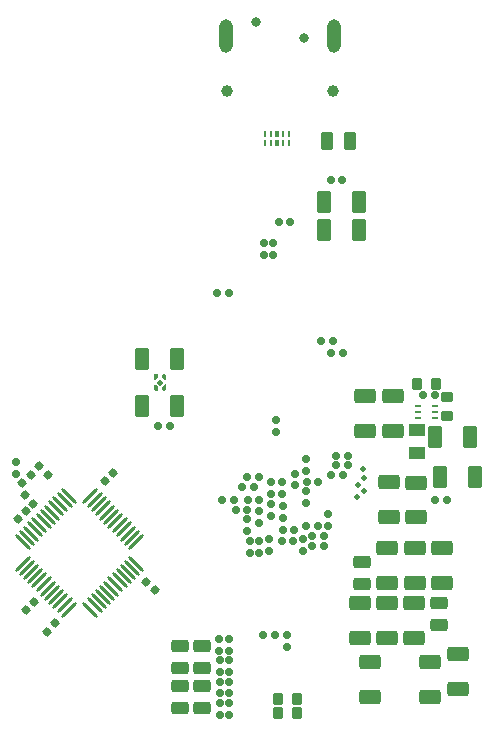
<source format=gbr>
%TF.GenerationSoftware,KiCad,Pcbnew,9.0.0*%
%TF.CreationDate,2025-03-19T22:59:48-05:00*%
%TF.ProjectId,opu_driver,6f70755f-6472-4697-9665-722e6b696361,rev?*%
%TF.SameCoordinates,Original*%
%TF.FileFunction,Soldermask,Bot*%
%TF.FilePolarity,Negative*%
%FSLAX46Y46*%
G04 Gerber Fmt 4.6, Leading zero omitted, Abs format (unit mm)*
G04 Created by KiCad (PCBNEW 9.0.0) date 2025-03-19 22:59:48*
%MOMM*%
%LPD*%
G01*
G04 APERTURE LIST*
G04 Aperture macros list*
%AMRoundRect*
0 Rectangle with rounded corners*
0 $1 Rounding radius*
0 $2 $3 $4 $5 $6 $7 $8 $9 X,Y pos of 4 corners*
0 Add a 4 corners polygon primitive as box body*
4,1,4,$2,$3,$4,$5,$6,$7,$8,$9,$2,$3,0*
0 Add four circle primitives for the rounded corners*
1,1,$1+$1,$2,$3*
1,1,$1+$1,$4,$5*
1,1,$1+$1,$6,$7*
1,1,$1+$1,$8,$9*
0 Add four rect primitives between the rounded corners*
20,1,$1+$1,$2,$3,$4,$5,0*
20,1,$1+$1,$4,$5,$6,$7,0*
20,1,$1+$1,$6,$7,$8,$9,0*
20,1,$1+$1,$8,$9,$2,$3,0*%
%AMHorizOval*
0 Thick line with rounded ends*
0 $1 width*
0 $2 $3 position (X,Y) of the first rounded end (center of the circle)*
0 $4 $5 position (X,Y) of the second rounded end (center of the circle)*
0 Add line between two ends*
20,1,$1,$2,$3,$4,$5,0*
0 Add two circle primitives to create the rounded ends*
1,1,$1,$2,$3*
1,1,$1,$4,$5*%
%AMRotRect*
0 Rectangle, with rotation*
0 The origin of the aperture is its center*
0 $1 length*
0 $2 width*
0 $3 Rotation angle, in degrees counterclockwise*
0 Add horizontal line*
21,1,$1,$2,0,0,$3*%
%AMFreePoly0*
4,1,13,0.135355,0.205355,0.150000,0.170000,0.150000,-0.080000,0.135355,-0.115355,-0.064645,-0.315355,-0.100000,-0.330000,-0.135355,-0.315355,-0.150000,-0.280000,-0.150000,0.170000,-0.135355,0.205355,-0.100000,0.220000,0.100000,0.220000,0.135355,0.205355,0.135355,0.205355,$1*%
%AMFreePoly1*
4,1,14,0.125355,0.205355,0.140000,0.170000,0.140000,-0.230000,0.125355,-0.265355,0.090000,-0.280000,0.040000,-0.280000,0.004645,-0.265355,-0.145355,-0.115355,-0.160000,-0.080000,-0.160000,0.170000,-0.145355,0.205355,-0.110000,0.220000,0.090000,0.220000,0.125355,0.205355,0.125355,0.205355,$1*%
%AMFreePoly2*
4,1,14,0.125355,0.255355,0.140000,0.220000,0.140000,-0.180000,0.125355,-0.215355,0.090000,-0.230000,-0.110000,-0.230000,-0.145355,-0.215355,-0.160000,-0.180000,-0.160000,0.070000,-0.145355,0.105355,0.004645,0.255355,0.040000,0.270000,0.090000,0.270000,0.125355,0.255355,0.125355,0.255355,$1*%
%AMFreePoly3*
4,1,14,-0.014645,0.265355,0.135355,0.115355,0.150000,0.080000,0.150000,-0.170000,0.135355,-0.205355,0.100000,-0.220000,-0.100000,-0.220000,-0.135355,-0.205355,-0.150000,-0.170000,-0.150000,0.230000,-0.135355,0.265355,-0.100000,0.280000,-0.050000,0.280000,-0.014645,0.265355,-0.014645,0.265355,$1*%
G04 Aperture macros list end*
%ADD10C,0.800000*%
%ADD11O,1.190000X2.840000*%
%ADD12C,1.000000*%
%ADD13RoundRect,0.159000X0.189000X-0.159000X0.189000X0.159000X-0.189000X0.159000X-0.189000X-0.159000X0*%
%ADD14RoundRect,0.159000X-0.159000X-0.189000X0.159000X-0.189000X0.159000X0.189000X-0.159000X0.189000X0*%
%ADD15C,0.508000*%
%ADD16RoundRect,0.267317X-0.470683X0.280683X-0.470683X-0.280683X0.470683X-0.280683X0.470683X0.280683X0*%
%ADD17RoundRect,0.159000X0.159000X0.189000X-0.159000X0.189000X-0.159000X-0.189000X0.159000X-0.189000X0*%
%ADD18RoundRect,0.266521X-0.671479X0.346479X-0.671479X-0.346479X0.671479X-0.346479X0.671479X0.346479X0*%
%ADD19FreePoly0,180.000000*%
%ADD20FreePoly1,180.000000*%
%ADD21FreePoly2,180.000000*%
%ADD22FreePoly3,180.000000*%
%ADD23RotRect,0.450000X0.450000X135.000000*%
%ADD24RoundRect,0.159000X-0.189000X0.159000X-0.189000X-0.159000X0.189000X-0.159000X0.189000X0.159000X0*%
%ADD25RoundRect,0.266521X-0.346479X-0.671479X0.346479X-0.671479X0.346479X0.671479X-0.346479X0.671479X0*%
%ADD26RoundRect,0.159000X-0.021213X0.246073X-0.246073X0.021213X0.021213X-0.246073X0.246073X-0.021213X0*%
%ADD27R,0.550000X0.280000*%
%ADD28RoundRect,0.266521X0.671479X-0.346479X0.671479X0.346479X-0.671479X0.346479X-0.671479X-0.346479X0*%
%ADD29RoundRect,0.269000X-0.494000X0.269000X-0.494000X-0.269000X0.494000X-0.269000X0.494000X0.269000X0*%
%ADD30RoundRect,0.267317X0.470683X-0.280683X0.470683X0.280683X-0.470683X0.280683X-0.470683X-0.280683X0*%
%ADD31RoundRect,0.266521X0.346479X0.671479X-0.346479X0.671479X-0.346479X-0.671479X0.346479X-0.671479X0*%
%ADD32RoundRect,0.269000X0.494000X-0.269000X0.494000X0.269000X-0.494000X0.269000X-0.494000X-0.269000X0*%
%ADD33RoundRect,0.159000X0.246073X0.021213X0.021213X0.246073X-0.246073X-0.021213X-0.021213X-0.246073X0*%
%ADD34HorizOval,0.280000X0.537401X0.537401X-0.537401X-0.537401X0*%
%ADD35HorizOval,0.280000X-0.537401X0.537401X0.537401X-0.537401X0*%
%ADD36RoundRect,0.159000X-0.246073X-0.021213X-0.021213X-0.246073X0.246073X0.021213X0.021213X0.246073X0*%
%ADD37RoundRect,0.269000X0.269000X0.494000X-0.269000X0.494000X-0.269000X-0.494000X0.269000X-0.494000X0*%
%ADD38R,0.220000X0.610000*%
%ADD39R,0.410000X0.610000*%
%ADD40R,1.380000X1.130000*%
%ADD41RoundRect,0.159000X0.021213X-0.246073X0.246073X-0.021213X-0.021213X0.246073X-0.246073X0.021213X0*%
%ADD42RoundRect,0.219000X0.219000X0.294000X-0.219000X0.294000X-0.219000X-0.294000X0.219000X-0.294000X0*%
%ADD43RoundRect,0.219000X-0.219000X-0.294000X0.219000X-0.294000X0.219000X0.294000X-0.219000X0.294000X0*%
%ADD44C,0.160000*%
%ADD45RoundRect,0.219000X-0.294000X0.219000X-0.294000X-0.219000X0.294000X-0.219000X0.294000X0.219000X0*%
G04 APERTURE END LIST*
D10*
%TO.C,USB1*%
X52869765Y-109008067D03*
X48769765Y-107658067D03*
D11*
X55389765Y-108778067D03*
D12*
X55319765Y-113468067D03*
X46319765Y-113468067D03*
D11*
X46249765Y-108778067D03*
%TD*%
D13*
%TO.C,C44*%
X51048685Y-149608587D03*
X51048685Y-148608587D03*
%TD*%
D14*
%TO.C,C45*%
X50945165Y-151600000D03*
X51945165Y-151600000D03*
%TD*%
D15*
%TO.C,TP1*%
X57384463Y-146796217D03*
%TD*%
D16*
%TO.C,R34*%
X44218758Y-160474273D03*
X44218758Y-162294273D03*
%TD*%
D13*
%TO.C,C113*%
X51435439Y-160541439D03*
X51435439Y-159541441D03*
%TD*%
D17*
%TO.C,R15*%
X56545164Y-144340837D03*
X55545164Y-144340837D03*
%TD*%
D18*
%TO.C,C106*%
X60045164Y-146603194D03*
X60045164Y-149563194D03*
%TD*%
D19*
%TO.C,U9*%
X40975165Y-138645867D03*
D20*
X40315165Y-138645867D03*
D21*
X40315165Y-137695867D03*
D22*
X40975165Y-137685867D03*
D23*
X40645165Y-138165867D03*
%TD*%
D13*
%TO.C,C11*%
X49448165Y-127376667D03*
X49448165Y-126376667D03*
%TD*%
D18*
%TO.C,C85*%
X62142332Y-156854188D03*
X62142332Y-159814188D03*
%TD*%
D24*
%TO.C,C50*%
X49051400Y-149033642D03*
X49051400Y-150033640D03*
%TD*%
D25*
%TO.C,C101*%
X64336201Y-146165866D03*
X67296201Y-146165866D03*
%TD*%
D26*
%TO.C,C73*%
X29325224Y-149012314D03*
X28618118Y-149719420D03*
%TD*%
D17*
%TO.C,C35*%
X49058036Y-146134341D03*
X48058038Y-146134341D03*
%TD*%
D24*
%TO.C,C120*%
X46527282Y-159875672D03*
X46527282Y-160875670D03*
%TD*%
D13*
%TO.C,C36*%
X52045165Y-146865867D03*
X52045165Y-145865867D03*
%TD*%
D27*
%TO.C,U10*%
X63938625Y-140143665D03*
X63938626Y-140643665D03*
X63938625Y-141143665D03*
X62498627Y-141143665D03*
X62498626Y-140643665D03*
X62498627Y-140143665D03*
%TD*%
D17*
%TO.C,R14*%
X56163393Y-135685168D03*
X55163393Y-135685168D03*
%TD*%
D14*
%TO.C,C55*%
X55145165Y-145965867D03*
X56145165Y-145965867D03*
%TD*%
D24*
%TO.C,C122*%
X45698765Y-163474819D03*
X45698765Y-164474817D03*
%TD*%
D28*
%TO.C,C80*%
X58400000Y-164768315D03*
X58400000Y-161808315D03*
%TD*%
%TO.C,C87*%
X64509780Y-155129083D03*
X64509780Y-152169083D03*
%TD*%
D29*
%TO.C,C90*%
X64308521Y-156805308D03*
X64308521Y-158705306D03*
%TD*%
D24*
%TO.C,C42*%
X50988331Y-146552326D03*
X50988331Y-147552326D03*
%TD*%
D30*
%TO.C,R32*%
X42310321Y-165688587D03*
X42310321Y-163868587D03*
%TD*%
D14*
%TO.C,C114*%
X49397247Y-159554507D03*
X50397245Y-159554507D03*
%TD*%
D31*
%TO.C,C98*%
X42125165Y-140165868D03*
X39165165Y-140165868D03*
%TD*%
D32*
%TO.C,C81*%
X57738311Y-155235167D03*
X57738311Y-153335169D03*
%TD*%
D33*
%TO.C,C72*%
X29902407Y-148421624D03*
X29195301Y-147714518D03*
%TD*%
D16*
%TO.C,R33*%
X42323619Y-160479694D03*
X42323619Y-162299694D03*
%TD*%
D17*
%TO.C,C49*%
X48052351Y-148948599D03*
X47052351Y-148948599D03*
%TD*%
D28*
%TO.C,C89*%
X65873323Y-164130342D03*
X65873323Y-161170342D03*
%TD*%
D13*
%TO.C,C121*%
X46523041Y-166271866D03*
X46523041Y-165271868D03*
%TD*%
D30*
%TO.C,R31*%
X44218758Y-165694273D03*
X44218758Y-163874273D03*
%TD*%
D17*
%TO.C,C128*%
X41513904Y-141874847D03*
X40513906Y-141874847D03*
%TD*%
D28*
%TO.C,C83*%
X59883850Y-155151563D03*
X59883850Y-152191563D03*
%TD*%
D15*
%TO.C,TP5*%
X57856110Y-145511141D03*
%TD*%
D17*
%TO.C,R13*%
X56545165Y-145165867D03*
X55545165Y-145165867D03*
%TD*%
D28*
%TO.C,C79*%
X63506633Y-164790551D03*
X63506633Y-161830551D03*
%TD*%
D26*
%TO.C,C92*%
X30004260Y-156741306D03*
X29297154Y-157448412D03*
%TD*%
D18*
%TO.C,C82*%
X57549500Y-156819992D03*
X57549500Y-159779992D03*
%TD*%
D24*
%TO.C,C41*%
X53046667Y-147362987D03*
X53046667Y-148362987D03*
%TD*%
%TO.C,C51*%
X50031627Y-146548736D03*
X50031627Y-147548736D03*
%TD*%
D13*
%TO.C,C48*%
X50045165Y-149465867D03*
X50045165Y-148465867D03*
%TD*%
D34*
%TO.C,U6*%
X32925926Y-157374193D03*
X32572373Y-157020640D03*
X32218819Y-156667086D03*
X31865266Y-156313533D03*
X31511713Y-155959980D03*
X31158159Y-155606426D03*
X30804606Y-155252873D03*
X30451052Y-154899319D03*
X30097499Y-154545766D03*
X29743946Y-154192213D03*
X29390392Y-153838659D03*
X29036839Y-153485106D03*
D35*
X29036839Y-151646628D03*
X29390392Y-151293075D03*
X29743946Y-150939521D03*
X30097499Y-150585968D03*
X30451052Y-150232415D03*
X30804606Y-149878861D03*
X31158159Y-149525308D03*
X31511713Y-149171754D03*
X31865266Y-148818201D03*
X32218819Y-148464648D03*
X32572373Y-148111094D03*
X32925926Y-147757541D03*
D34*
X34764404Y-147757541D03*
X35117957Y-148111094D03*
X35471511Y-148464648D03*
X35825064Y-148818201D03*
X36178617Y-149171754D03*
X36532171Y-149525308D03*
X36885724Y-149878861D03*
X37239278Y-150232415D03*
X37592831Y-150585968D03*
X37946384Y-150939521D03*
X38299938Y-151293075D03*
X38653491Y-151646628D03*
D35*
X38653491Y-153485106D03*
X38299938Y-153838659D03*
X37946384Y-154192213D03*
X37592831Y-154545766D03*
X37239278Y-154899319D03*
X36885724Y-155252873D03*
X36532171Y-155606426D03*
X36178617Y-155959980D03*
X35825064Y-156313533D03*
X35471511Y-156667086D03*
X35117957Y-157020640D03*
X34764404Y-157374193D03*
%TD*%
D13*
%TO.C,C12*%
X50260965Y-127376667D03*
X50260965Y-126376667D03*
%TD*%
D24*
%TO.C,C59*%
X49052453Y-151559591D03*
X49052453Y-152559591D03*
%TD*%
D36*
%TO.C,C68*%
X30423256Y-145247772D03*
X31130362Y-145954878D03*
%TD*%
D24*
%TO.C,C47*%
X54860130Y-149300001D03*
X54860130Y-150299999D03*
%TD*%
D14*
%TO.C,C40*%
X47578814Y-147008104D03*
X48578814Y-147008104D03*
%TD*%
D37*
%TO.C,C4*%
X56725064Y-117744030D03*
X54825066Y-117744030D03*
%TD*%
D14*
%TO.C,C53*%
X53044955Y-150328147D03*
X54044955Y-150328147D03*
%TD*%
D13*
%TO.C,C69*%
X28451184Y-145871646D03*
X28451184Y-144871648D03*
%TD*%
D18*
%TO.C,C105*%
X62352628Y-146618123D03*
X62352628Y-149578123D03*
%TD*%
D15*
%TO.C,TP4*%
X57935053Y-147340328D03*
%TD*%
D14*
%TO.C,C38*%
X53559244Y-151126519D03*
X54559244Y-151126519D03*
%TD*%
D38*
%TO.C,D3*%
X49565765Y-117094067D03*
X50065765Y-117094067D03*
D39*
X50565765Y-117094067D03*
D38*
X51065765Y-117094067D03*
X51565765Y-117094067D03*
X51565765Y-117914067D03*
X51065765Y-117914067D03*
D39*
X50565765Y-117914067D03*
D38*
X50065765Y-117914067D03*
X49565765Y-117914067D03*
%TD*%
D25*
%TO.C,C99*%
X63913625Y-142773664D03*
X66873625Y-142773664D03*
%TD*%
D13*
%TO.C,C52*%
X48049224Y-150741120D03*
X48049224Y-149741120D03*
%TD*%
D24*
%TO.C,R46*%
X50434890Y-141336509D03*
X50434890Y-142336507D03*
%TD*%
D26*
%TO.C,C74*%
X31779945Y-158537224D03*
X31072839Y-159244330D03*
%TD*%
D28*
%TO.C,C104*%
X60393626Y-142253664D03*
X60393626Y-139293664D03*
%TD*%
D14*
%TO.C,C39*%
X48072587Y-148115257D03*
X49072585Y-148115257D03*
%TD*%
D40*
%TO.C,L2*%
X62393625Y-142203664D03*
X62393625Y-144143666D03*
%TD*%
D17*
%TO.C,R1*%
X51700765Y-124539867D03*
X50700765Y-124539867D03*
%TD*%
D24*
%TO.C,C123*%
X46510321Y-163478588D03*
X46510321Y-164478586D03*
%TD*%
D41*
%TO.C,C65*%
X35995575Y-146523569D03*
X36702681Y-145816463D03*
%TD*%
D13*
%TO.C,C124*%
X46508765Y-162678586D03*
X46508765Y-161678588D03*
%TD*%
D24*
%TO.C,C43*%
X49876204Y-151443253D03*
X49876204Y-152443253D03*
%TD*%
%TO.C,C56*%
X52737425Y-151400879D03*
X52737425Y-152400877D03*
%TD*%
D17*
%TO.C,R16*%
X55290479Y-134636263D03*
X54290479Y-134636263D03*
%TD*%
D36*
%TO.C,C63*%
X39491612Y-155012314D03*
X40198718Y-155719420D03*
%TD*%
D42*
%TO.C,R38*%
X52265166Y-164965867D03*
X50625164Y-164965867D03*
%TD*%
D24*
%TO.C,C60*%
X48234058Y-151561459D03*
X48234058Y-152561459D03*
%TD*%
D14*
%TO.C,R8*%
X55100000Y-121011966D03*
X56100000Y-121011966D03*
%TD*%
D43*
%TO.C,R19*%
X62411457Y-138246951D03*
X64051459Y-138246951D03*
%TD*%
D44*
%TO.C,U3*%
X57000000Y-121400000D03*
X57400000Y-121400000D03*
X57800000Y-121400000D03*
X58200000Y-121400000D03*
X57000000Y-121000000D03*
X57400000Y-121000000D03*
X57800000Y-121000000D03*
X58200000Y-121000000D03*
X57000000Y-120600000D03*
X57400000Y-120600000D03*
X57800000Y-120600000D03*
X58200000Y-120600000D03*
%TD*%
D42*
%TO.C,R39*%
X52265166Y-166165867D03*
X50625164Y-166165867D03*
%TD*%
D13*
%TO.C,C125*%
X45698765Y-162678586D03*
X45698765Y-161678588D03*
%TD*%
D17*
%TO.C,C37*%
X52028964Y-150600000D03*
X51028964Y-150600000D03*
%TD*%
D15*
%TO.C,TP2*%
X57375500Y-147872833D03*
%TD*%
D14*
%TO.C,C61*%
X53545165Y-151990047D03*
X54545165Y-151990047D03*
%TD*%
D13*
%TO.C,C62*%
X52981941Y-145628147D03*
X52981941Y-144628147D03*
%TD*%
%TO.C,C118*%
X45723042Y-166271866D03*
X45723042Y-165271868D03*
%TD*%
D17*
%TO.C,R10*%
X64922278Y-148087563D03*
X63922280Y-148087563D03*
%TD*%
D15*
%TO.C,TP3*%
X57936374Y-146260064D03*
%TD*%
D14*
%TO.C,C94*%
X62931459Y-139246951D03*
X63931457Y-139246951D03*
%TD*%
D17*
%TO.C,C46*%
X46945165Y-148069760D03*
X45945165Y-148069760D03*
%TD*%
D31*
%TO.C,C97*%
X42125165Y-136165866D03*
X39165165Y-136165866D03*
%TD*%
%TO.C,C1*%
X57483117Y-122903874D03*
X54523117Y-122903874D03*
%TD*%
D41*
%TO.C,C70*%
X28982812Y-146697500D03*
X29689918Y-145990394D03*
%TD*%
D17*
%TO.C,C54*%
X54072586Y-146538319D03*
X53072586Y-146538319D03*
%TD*%
D18*
%TO.C,C86*%
X59845165Y-156833699D03*
X59845165Y-159793699D03*
%TD*%
D24*
%TO.C,C119*%
X45682054Y-159878587D03*
X45682054Y-160878585D03*
%TD*%
D45*
%TO.C,R22*%
X64993626Y-139353663D03*
X64993626Y-140993665D03*
%TD*%
D28*
%TO.C,C103*%
X57993626Y-142253664D03*
X57993626Y-139293664D03*
%TD*%
%TO.C,C84*%
X62212208Y-155151563D03*
X62212208Y-152191563D03*
%TD*%
D31*
%TO.C,C2*%
X57480000Y-125200000D03*
X54520000Y-125200000D03*
%TD*%
D14*
%TO.C,R40*%
X45500000Y-130600000D03*
X46500000Y-130600000D03*
%TD*%
M02*

</source>
